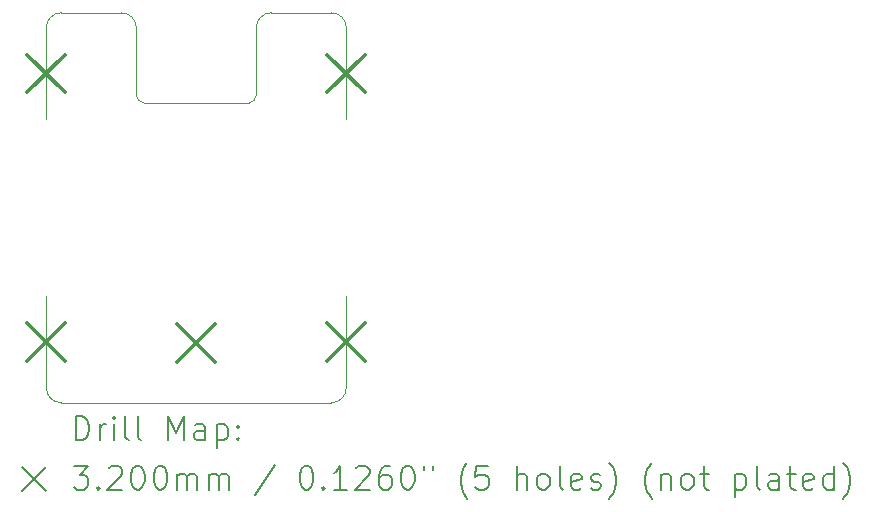
<source format=gbr>
%TF.GenerationSoftware,KiCad,Pcbnew,(6.0.11-0)*%
%TF.CreationDate,2023-02-15T20:24:25+08:00*%
%TF.ProjectId,Control,436f6e74-726f-46c2-9e6b-696361645f70,rev?*%
%TF.SameCoordinates,PX60e4b00PY5ad6650*%
%TF.FileFunction,Drillmap*%
%TF.FilePolarity,Positive*%
%FSLAX45Y45*%
G04 Gerber Fmt 4.5, Leading zero omitted, Abs format (unit mm)*
G04 Created by KiCad (PCBNEW (6.0.11-0)) date 2023-02-15 20:24:25*
%MOMM*%
%LPD*%
G01*
G04 APERTURE LIST*
%ADD10C,0.100000*%
%ADD11C,0.200000*%
%ADD12C,0.320000*%
G04 APERTURE END LIST*
D10*
X444500Y889000D02*
G75*
G03*
X508000Y952500I0J63500D01*
G01*
X-635000Y1651000D02*
X-1143000Y1651000D01*
X635000Y1651000D02*
G75*
G03*
X508000Y1524000I0J-127000D01*
G01*
X-1270000Y-1524000D02*
G75*
G03*
X-1143000Y-1651000I127000J0D01*
G01*
X1270000Y1524000D02*
G75*
G03*
X1143000Y1651000I-127000J0D01*
G01*
X1270000Y-1524000D02*
X1270000Y-750000D01*
X508000Y952500D02*
X508000Y1524000D01*
X-508000Y952500D02*
G75*
G03*
X-444500Y889000I63500J0D01*
G01*
X-1143000Y1651000D02*
G75*
G03*
X-1270000Y1524000I0J-127000D01*
G01*
X-1270000Y1524000D02*
X-1270000Y750000D01*
X-508000Y1524000D02*
G75*
G03*
X-635000Y1651000I-127000J0D01*
G01*
X-1270000Y-750000D02*
X-1270000Y-1524000D01*
X1143000Y-1651000D02*
G75*
G03*
X1270000Y-1524000I0J127000D01*
G01*
X-508000Y1524000D02*
X-508000Y952500D01*
X-444500Y889000D02*
X444500Y889000D01*
X1143000Y-1651000D02*
X-1143000Y-1651000D01*
X1270000Y1524000D02*
X1270000Y750000D01*
X635000Y1651000D02*
X1143000Y1651000D01*
D11*
D12*
X-1430000Y1297000D02*
X-1110000Y977000D01*
X-1110000Y1297000D02*
X-1430000Y977000D01*
X-1430000Y-977000D02*
X-1110000Y-1297000D01*
X-1110000Y-977000D02*
X-1430000Y-1297000D01*
X-160000Y-983000D02*
X160000Y-1303000D01*
X160000Y-983000D02*
X-160000Y-1303000D01*
X1110000Y1297000D02*
X1430000Y977000D01*
X1430000Y1297000D02*
X1110000Y977000D01*
X1110000Y-977000D02*
X1430000Y-1297000D01*
X1430000Y-977000D02*
X1110000Y-1297000D01*
D11*
X-1018381Y-1966476D02*
X-1018381Y-1766476D01*
X-970762Y-1766476D01*
X-942190Y-1776000D01*
X-923143Y-1795048D01*
X-913619Y-1814095D01*
X-904095Y-1852190D01*
X-904095Y-1880762D01*
X-913619Y-1918857D01*
X-923143Y-1937905D01*
X-942190Y-1956952D01*
X-970762Y-1966476D01*
X-1018381Y-1966476D01*
X-818381Y-1966476D02*
X-818381Y-1833143D01*
X-818381Y-1871238D02*
X-808857Y-1852190D01*
X-799333Y-1842667D01*
X-780286Y-1833143D01*
X-761238Y-1833143D01*
X-694572Y-1966476D02*
X-694572Y-1833143D01*
X-694572Y-1766476D02*
X-704095Y-1776000D01*
X-694572Y-1785524D01*
X-685048Y-1776000D01*
X-694572Y-1766476D01*
X-694572Y-1785524D01*
X-570762Y-1966476D02*
X-589810Y-1956952D01*
X-599333Y-1937905D01*
X-599333Y-1766476D01*
X-466000Y-1966476D02*
X-485048Y-1956952D01*
X-494571Y-1937905D01*
X-494571Y-1766476D01*
X-237429Y-1966476D02*
X-237429Y-1766476D01*
X-170762Y-1909333D01*
X-104095Y-1766476D01*
X-104095Y-1966476D01*
X76857Y-1966476D02*
X76857Y-1861714D01*
X67333Y-1842667D01*
X48286Y-1833143D01*
X10190Y-1833143D01*
X-8857Y-1842667D01*
X76857Y-1956952D02*
X57809Y-1966476D01*
X10190Y-1966476D01*
X-8857Y-1956952D01*
X-18381Y-1937905D01*
X-18381Y-1918857D01*
X-8857Y-1899809D01*
X10190Y-1890286D01*
X57809Y-1890286D01*
X76857Y-1880762D01*
X172095Y-1833143D02*
X172095Y-2033143D01*
X172095Y-1842667D02*
X191143Y-1833143D01*
X229238Y-1833143D01*
X248286Y-1842667D01*
X257809Y-1852190D01*
X267333Y-1871238D01*
X267333Y-1928381D01*
X257809Y-1947428D01*
X248286Y-1956952D01*
X229238Y-1966476D01*
X191143Y-1966476D01*
X172095Y-1956952D01*
X353048Y-1947428D02*
X362571Y-1956952D01*
X353048Y-1966476D01*
X343524Y-1956952D01*
X353048Y-1947428D01*
X353048Y-1966476D01*
X353048Y-1842667D02*
X362571Y-1852190D01*
X353048Y-1861714D01*
X343524Y-1852190D01*
X353048Y-1842667D01*
X353048Y-1861714D01*
X-1476000Y-2196000D02*
X-1276000Y-2396000D01*
X-1276000Y-2196000D02*
X-1476000Y-2396000D01*
X-1037429Y-2186476D02*
X-913619Y-2186476D01*
X-980286Y-2262667D01*
X-951714Y-2262667D01*
X-932667Y-2272190D01*
X-923143Y-2281714D01*
X-913619Y-2300762D01*
X-913619Y-2348381D01*
X-923143Y-2367429D01*
X-932667Y-2376952D01*
X-951714Y-2386476D01*
X-1008857Y-2386476D01*
X-1027905Y-2376952D01*
X-1037429Y-2367429D01*
X-827905Y-2367429D02*
X-818381Y-2376952D01*
X-827905Y-2386476D01*
X-837429Y-2376952D01*
X-827905Y-2367429D01*
X-827905Y-2386476D01*
X-742190Y-2205524D02*
X-732667Y-2196000D01*
X-713619Y-2186476D01*
X-666000Y-2186476D01*
X-646952Y-2196000D01*
X-637429Y-2205524D01*
X-627905Y-2224571D01*
X-627905Y-2243619D01*
X-637429Y-2272190D01*
X-751714Y-2386476D01*
X-627905Y-2386476D01*
X-504095Y-2186476D02*
X-485048Y-2186476D01*
X-466000Y-2196000D01*
X-456476Y-2205524D01*
X-446952Y-2224571D01*
X-437429Y-2262667D01*
X-437429Y-2310286D01*
X-446952Y-2348381D01*
X-456476Y-2367429D01*
X-466000Y-2376952D01*
X-485048Y-2386476D01*
X-504095Y-2386476D01*
X-523143Y-2376952D01*
X-532667Y-2367429D01*
X-542191Y-2348381D01*
X-551714Y-2310286D01*
X-551714Y-2262667D01*
X-542191Y-2224571D01*
X-532667Y-2205524D01*
X-523143Y-2196000D01*
X-504095Y-2186476D01*
X-313619Y-2186476D02*
X-294572Y-2186476D01*
X-275524Y-2196000D01*
X-266000Y-2205524D01*
X-256476Y-2224571D01*
X-246952Y-2262667D01*
X-246952Y-2310286D01*
X-256476Y-2348381D01*
X-266000Y-2367429D01*
X-275524Y-2376952D01*
X-294572Y-2386476D01*
X-313619Y-2386476D01*
X-332667Y-2376952D01*
X-342191Y-2367429D01*
X-351714Y-2348381D01*
X-361238Y-2310286D01*
X-361238Y-2262667D01*
X-351714Y-2224571D01*
X-342191Y-2205524D01*
X-332667Y-2196000D01*
X-313619Y-2186476D01*
X-161238Y-2386476D02*
X-161238Y-2253143D01*
X-161238Y-2272190D02*
X-151714Y-2262667D01*
X-132667Y-2253143D01*
X-104095Y-2253143D01*
X-85048Y-2262667D01*
X-75524Y-2281714D01*
X-75524Y-2386476D01*
X-75524Y-2281714D02*
X-66000Y-2262667D01*
X-46952Y-2253143D01*
X-18381Y-2253143D01*
X667Y-2262667D01*
X10190Y-2281714D01*
X10190Y-2386476D01*
X105428Y-2386476D02*
X105428Y-2253143D01*
X105428Y-2272190D02*
X114952Y-2262667D01*
X134000Y-2253143D01*
X162571Y-2253143D01*
X181619Y-2262667D01*
X191143Y-2281714D01*
X191143Y-2386476D01*
X191143Y-2281714D02*
X200667Y-2262667D01*
X219714Y-2253143D01*
X248286Y-2253143D01*
X267333Y-2262667D01*
X276857Y-2281714D01*
X276857Y-2386476D01*
X667333Y-2176952D02*
X495905Y-2434095D01*
X924476Y-2186476D02*
X943524Y-2186476D01*
X962571Y-2196000D01*
X972095Y-2205524D01*
X981619Y-2224571D01*
X991143Y-2262667D01*
X991143Y-2310286D01*
X981619Y-2348381D01*
X972095Y-2367429D01*
X962571Y-2376952D01*
X943524Y-2386476D01*
X924476Y-2386476D01*
X905428Y-2376952D01*
X895905Y-2367429D01*
X886381Y-2348381D01*
X876857Y-2310286D01*
X876857Y-2262667D01*
X886381Y-2224571D01*
X895905Y-2205524D01*
X905428Y-2196000D01*
X924476Y-2186476D01*
X1076857Y-2367429D02*
X1086381Y-2376952D01*
X1076857Y-2386476D01*
X1067333Y-2376952D01*
X1076857Y-2367429D01*
X1076857Y-2386476D01*
X1276857Y-2386476D02*
X1162571Y-2386476D01*
X1219714Y-2386476D02*
X1219714Y-2186476D01*
X1200667Y-2215048D01*
X1181619Y-2234095D01*
X1162571Y-2243619D01*
X1353048Y-2205524D02*
X1362571Y-2196000D01*
X1381619Y-2186476D01*
X1429238Y-2186476D01*
X1448286Y-2196000D01*
X1457809Y-2205524D01*
X1467333Y-2224571D01*
X1467333Y-2243619D01*
X1457809Y-2272190D01*
X1343524Y-2386476D01*
X1467333Y-2386476D01*
X1638762Y-2186476D02*
X1600667Y-2186476D01*
X1581619Y-2196000D01*
X1572095Y-2205524D01*
X1553048Y-2234095D01*
X1543524Y-2272190D01*
X1543524Y-2348381D01*
X1553048Y-2367429D01*
X1562571Y-2376952D01*
X1581619Y-2386476D01*
X1619714Y-2386476D01*
X1638762Y-2376952D01*
X1648286Y-2367429D01*
X1657809Y-2348381D01*
X1657809Y-2300762D01*
X1648286Y-2281714D01*
X1638762Y-2272190D01*
X1619714Y-2262667D01*
X1581619Y-2262667D01*
X1562571Y-2272190D01*
X1553048Y-2281714D01*
X1543524Y-2300762D01*
X1781619Y-2186476D02*
X1800667Y-2186476D01*
X1819714Y-2196000D01*
X1829238Y-2205524D01*
X1838762Y-2224571D01*
X1848286Y-2262667D01*
X1848286Y-2310286D01*
X1838762Y-2348381D01*
X1829238Y-2367429D01*
X1819714Y-2376952D01*
X1800667Y-2386476D01*
X1781619Y-2386476D01*
X1762571Y-2376952D01*
X1753048Y-2367429D01*
X1743524Y-2348381D01*
X1734000Y-2310286D01*
X1734000Y-2262667D01*
X1743524Y-2224571D01*
X1753048Y-2205524D01*
X1762571Y-2196000D01*
X1781619Y-2186476D01*
X1924476Y-2186476D02*
X1924476Y-2224571D01*
X2000667Y-2186476D02*
X2000667Y-2224571D01*
X2295905Y-2462667D02*
X2286381Y-2453143D01*
X2267333Y-2424571D01*
X2257810Y-2405524D01*
X2248286Y-2376952D01*
X2238762Y-2329333D01*
X2238762Y-2291238D01*
X2248286Y-2243619D01*
X2257810Y-2215048D01*
X2267333Y-2196000D01*
X2286381Y-2167429D01*
X2295905Y-2157905D01*
X2467333Y-2186476D02*
X2372095Y-2186476D01*
X2362571Y-2281714D01*
X2372095Y-2272190D01*
X2391143Y-2262667D01*
X2438762Y-2262667D01*
X2457810Y-2272190D01*
X2467333Y-2281714D01*
X2476857Y-2300762D01*
X2476857Y-2348381D01*
X2467333Y-2367429D01*
X2457810Y-2376952D01*
X2438762Y-2386476D01*
X2391143Y-2386476D01*
X2372095Y-2376952D01*
X2362571Y-2367429D01*
X2714952Y-2386476D02*
X2714952Y-2186476D01*
X2800667Y-2386476D02*
X2800667Y-2281714D01*
X2791143Y-2262667D01*
X2772095Y-2253143D01*
X2743524Y-2253143D01*
X2724476Y-2262667D01*
X2714952Y-2272190D01*
X2924476Y-2386476D02*
X2905428Y-2376952D01*
X2895905Y-2367429D01*
X2886381Y-2348381D01*
X2886381Y-2291238D01*
X2895905Y-2272190D01*
X2905428Y-2262667D01*
X2924476Y-2253143D01*
X2953048Y-2253143D01*
X2972095Y-2262667D01*
X2981619Y-2272190D01*
X2991143Y-2291238D01*
X2991143Y-2348381D01*
X2981619Y-2367429D01*
X2972095Y-2376952D01*
X2953048Y-2386476D01*
X2924476Y-2386476D01*
X3105428Y-2386476D02*
X3086381Y-2376952D01*
X3076857Y-2357905D01*
X3076857Y-2186476D01*
X3257809Y-2376952D02*
X3238762Y-2386476D01*
X3200667Y-2386476D01*
X3181619Y-2376952D01*
X3172095Y-2357905D01*
X3172095Y-2281714D01*
X3181619Y-2262667D01*
X3200667Y-2253143D01*
X3238762Y-2253143D01*
X3257809Y-2262667D01*
X3267333Y-2281714D01*
X3267333Y-2300762D01*
X3172095Y-2319810D01*
X3343524Y-2376952D02*
X3362571Y-2386476D01*
X3400667Y-2386476D01*
X3419714Y-2376952D01*
X3429238Y-2357905D01*
X3429238Y-2348381D01*
X3419714Y-2329333D01*
X3400667Y-2319810D01*
X3372095Y-2319810D01*
X3353048Y-2310286D01*
X3343524Y-2291238D01*
X3343524Y-2281714D01*
X3353048Y-2262667D01*
X3372095Y-2253143D01*
X3400667Y-2253143D01*
X3419714Y-2262667D01*
X3495905Y-2462667D02*
X3505428Y-2453143D01*
X3524476Y-2424571D01*
X3534000Y-2405524D01*
X3543524Y-2376952D01*
X3553048Y-2329333D01*
X3553048Y-2291238D01*
X3543524Y-2243619D01*
X3534000Y-2215048D01*
X3524476Y-2196000D01*
X3505428Y-2167429D01*
X3495905Y-2157905D01*
X3857809Y-2462667D02*
X3848286Y-2453143D01*
X3829238Y-2424571D01*
X3819714Y-2405524D01*
X3810190Y-2376952D01*
X3800667Y-2329333D01*
X3800667Y-2291238D01*
X3810190Y-2243619D01*
X3819714Y-2215048D01*
X3829238Y-2196000D01*
X3848286Y-2167429D01*
X3857809Y-2157905D01*
X3934000Y-2253143D02*
X3934000Y-2386476D01*
X3934000Y-2272190D02*
X3943524Y-2262667D01*
X3962571Y-2253143D01*
X3991143Y-2253143D01*
X4010190Y-2262667D01*
X4019714Y-2281714D01*
X4019714Y-2386476D01*
X4143524Y-2386476D02*
X4124476Y-2376952D01*
X4114952Y-2367429D01*
X4105428Y-2348381D01*
X4105428Y-2291238D01*
X4114952Y-2272190D01*
X4124476Y-2262667D01*
X4143524Y-2253143D01*
X4172095Y-2253143D01*
X4191143Y-2262667D01*
X4200667Y-2272190D01*
X4210190Y-2291238D01*
X4210190Y-2348381D01*
X4200667Y-2367429D01*
X4191143Y-2376952D01*
X4172095Y-2386476D01*
X4143524Y-2386476D01*
X4267333Y-2253143D02*
X4343524Y-2253143D01*
X4295905Y-2186476D02*
X4295905Y-2357905D01*
X4305429Y-2376952D01*
X4324476Y-2386476D01*
X4343524Y-2386476D01*
X4562571Y-2253143D02*
X4562571Y-2453143D01*
X4562571Y-2262667D02*
X4581619Y-2253143D01*
X4619714Y-2253143D01*
X4638762Y-2262667D01*
X4648286Y-2272190D01*
X4657810Y-2291238D01*
X4657810Y-2348381D01*
X4648286Y-2367429D01*
X4638762Y-2376952D01*
X4619714Y-2386476D01*
X4581619Y-2386476D01*
X4562571Y-2376952D01*
X4772095Y-2386476D02*
X4753048Y-2376952D01*
X4743524Y-2357905D01*
X4743524Y-2186476D01*
X4934000Y-2386476D02*
X4934000Y-2281714D01*
X4924476Y-2262667D01*
X4905429Y-2253143D01*
X4867333Y-2253143D01*
X4848286Y-2262667D01*
X4934000Y-2376952D02*
X4914952Y-2386476D01*
X4867333Y-2386476D01*
X4848286Y-2376952D01*
X4838762Y-2357905D01*
X4838762Y-2338857D01*
X4848286Y-2319810D01*
X4867333Y-2310286D01*
X4914952Y-2310286D01*
X4934000Y-2300762D01*
X5000667Y-2253143D02*
X5076857Y-2253143D01*
X5029238Y-2186476D02*
X5029238Y-2357905D01*
X5038762Y-2376952D01*
X5057810Y-2386476D01*
X5076857Y-2386476D01*
X5219714Y-2376952D02*
X5200667Y-2386476D01*
X5162571Y-2386476D01*
X5143524Y-2376952D01*
X5134000Y-2357905D01*
X5134000Y-2281714D01*
X5143524Y-2262667D01*
X5162571Y-2253143D01*
X5200667Y-2253143D01*
X5219714Y-2262667D01*
X5229238Y-2281714D01*
X5229238Y-2300762D01*
X5134000Y-2319810D01*
X5400667Y-2386476D02*
X5400667Y-2186476D01*
X5400667Y-2376952D02*
X5381619Y-2386476D01*
X5343524Y-2386476D01*
X5324476Y-2376952D01*
X5314952Y-2367429D01*
X5305429Y-2348381D01*
X5305429Y-2291238D01*
X5314952Y-2272190D01*
X5324476Y-2262667D01*
X5343524Y-2253143D01*
X5381619Y-2253143D01*
X5400667Y-2262667D01*
X5476857Y-2462667D02*
X5486381Y-2453143D01*
X5505429Y-2424571D01*
X5514952Y-2405524D01*
X5524476Y-2376952D01*
X5534000Y-2329333D01*
X5534000Y-2291238D01*
X5524476Y-2243619D01*
X5514952Y-2215048D01*
X5505429Y-2196000D01*
X5486381Y-2167429D01*
X5476857Y-2157905D01*
M02*

</source>
